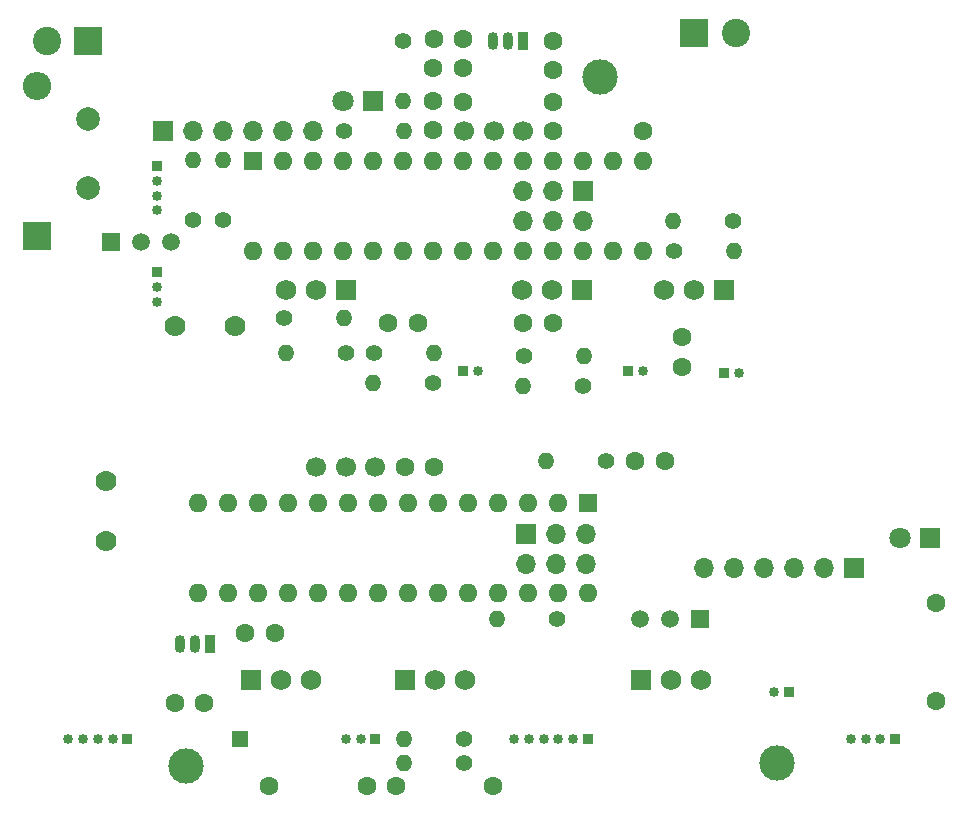
<source format=gts>
%MOIN*%
%OFA0B0*%
%FSLAX46Y46*%
%IPPOS*%
%LPD*%
%ADD10C,0.0039370078740157488*%
%ADD11R,0.033464566929133861X0.033464566929133861*%
%ADD12C,0.033464566929133861*%
%ADD13R,0.066929133858267723X0.066929133858267723*%
%ADD14O,0.066929133858267723X0.066929133858267723*%
%ADD15C,0.055118110236220472*%
%ADD16O,0.055118110236220472X0.055118110236220472*%
%ADD17C,0.068897637795275593*%
%ADD18R,0.068897637795275593X0.068897637795275593*%
%ADD19C,0.07*%
%ADD20R,0.062992125984251982X0.062992125984251982*%
%ADD21O,0.062992125984251982X0.062992125984251982*%
%ADD22C,0.062992125984251982*%
%ADD23C,0.066929133858267723*%
%ADD24R,0.070866141732283464X0.070866141732283464*%
%ADD25C,0.070866141732283464*%
%ADD26C,0.11811023622047245*%
%ADD27O,0.035433070866141732X0.059055118110236227*%
%ADD28R,0.035433070866141732X0.059055118110236227*%
%ADD29R,0.053149606299212608X0.053149606299212608*%
%ADD30C,0.059842519685039376*%
%ADD31R,0.059842519685039376X0.059842519685039376*%
%ADD42C,0.0039370078740157488*%
%ADD43R,0.062992125984251982X0.062992125984251982*%
%ADD44O,0.062992125984251982X0.062992125984251982*%
%ADD45R,0.094488188976377951X0.094488188976377951*%
%ADD46C,0.094488188976377951*%
%ADD47C,0.066929133858267723*%
%ADD48O,0.094488188976377951X0.094488188976377951*%
%ADD49C,0.11811023622047245*%
%ADD50C,0.068897637795275593*%
%ADD51R,0.068897637795275593X0.068897637795275593*%
%ADD52C,0.07*%
%ADD53C,0.055118110236220472*%
%ADD54O,0.055118110236220472X0.055118110236220472*%
%ADD55C,0.062992125984251982*%
%ADD56R,0.070866141732283464X0.070866141732283464*%
%ADD57C,0.070866141732283464*%
%ADD58R,0.033464566929133861X0.033464566929133861*%
%ADD59C,0.033464566929133861*%
%ADD60O,0.035433070866141732X0.059055118110236227*%
%ADD61R,0.035433070866141732X0.059055118110236227*%
%ADD62R,0.066929133858267723X0.066929133858267723*%
%ADD63O,0.066929133858267723X0.066929133858267723*%
%ADD64C,0.07874015748031496*%
%ADD65C,0.059842519685039376*%
%ADD66R,0.059842519685039376X0.059842519685039376*%
%LPD*%
G01*
D10*
D11*
X-0005157401Y0004896259D02*
X0002952755Y0000472440D03*
D12*
X0002903543Y0000472440D03*
X0002854330Y0000472440D03*
X0002805118Y0000472440D03*
D13*
X0002814960Y0001043306D03*
D14*
X0002714960Y0001043306D03*
X0002614960Y0001043306D03*
X0002514960Y0001043306D03*
X0002414960Y0001043306D03*
X0002314960Y0001043306D03*
D15*
X0001516023Y0000471259D03*
D16*
X0001316023Y0000471259D03*
D17*
X0001007086Y0000669291D03*
X0000907086Y0000669291D03*
D18*
X0000807086Y0000669291D03*
D19*
X0000322598Y0001131259D03*
X0000322598Y0001331259D03*
D20*
X0001929133Y0001259842D03*
D21*
X0000629133Y0000959842D03*
X0001829133Y0001259842D03*
X0000729133Y0000959842D03*
X0001729133Y0001259842D03*
X0000829133Y0000959842D03*
X0001629133Y0001259842D03*
X0000929133Y0000959842D03*
X0001529133Y0001259842D03*
X0001029133Y0000959842D03*
X0001429133Y0001259842D03*
X0001129133Y0000959842D03*
X0001329133Y0001259842D03*
X0001229133Y0000959842D03*
X0001229133Y0001259842D03*
X0001329133Y0000959842D03*
X0001129133Y0001259842D03*
X0001429133Y0000959842D03*
X0001029133Y0001259842D03*
X0001529133Y0000959842D03*
X0000929133Y0001259842D03*
X0001629133Y0000959842D03*
X0000829133Y0001259842D03*
X0001729133Y0000959842D03*
X0000729133Y0001259842D03*
X0001829133Y0000959842D03*
X0000629133Y0001259842D03*
X0001929133Y0000959842D03*
D22*
X0001190944Y0000314960D03*
X0000866141Y0000314960D03*
D23*
X0001023621Y0001377952D03*
X0001122047Y0001377952D03*
X0001220472Y0001377952D03*
D22*
X0000787401Y0000826771D03*
X0000885826Y0000826771D03*
X0000551181Y0000590551D03*
X0000649606Y0000590551D03*
D24*
X0003070866Y0001141732D03*
D25*
X0002970866Y0001141732D03*
D11*
X0002598425Y0000629921D03*
D12*
X0002549212Y0000629921D03*
D26*
X0002559055Y0000393700D03*
X0000590551Y0000383700D03*
D27*
X0000619291Y0000787401D03*
X0000569291Y0000787401D03*
D28*
X0000669291Y0000787401D03*
D22*
X0001417322Y0001377952D03*
X0001318897Y0001377952D03*
X0001289370Y0000314960D03*
X0001614173Y0000314960D03*
X0003090551Y0000600393D03*
X0003090551Y0000925196D03*
X0002185039Y0001397637D03*
X0002086614Y0001397637D03*
D15*
X0001988188Y0001397637D03*
D16*
X0001788188Y0001397637D03*
D17*
X0001518897Y0000669291D03*
X0001418897Y0000669291D03*
D18*
X0001318897Y0000669291D03*
D17*
X0002306299Y0000669291D03*
X0002206299Y0000669291D03*
D18*
X0002106299Y0000669291D03*
D15*
X0001516023Y0000391259D03*
D16*
X0001316023Y0000391259D03*
D11*
X0001220472Y0000472440D03*
D12*
X0001171259Y0000472440D03*
X0001122047Y0000472440D03*
D29*
X0000767716Y0000472440D03*
D11*
X0000393700Y0000472440D03*
D12*
X0000344488Y0000472440D03*
X0000295275Y0000472440D03*
X0000246062Y0000472440D03*
X0000196850Y0000472440D03*
D11*
X0001929133Y0000472440D03*
D12*
X0001879921Y0000472440D03*
X0001830708Y0000472440D03*
X0001781495Y0000472440D03*
X0001732283Y0000472440D03*
X0001683070Y0000472440D03*
D30*
X0002202598Y0000871259D03*
X0002102598Y0000871259D03*
D31*
X0002302598Y0000871259D03*
D15*
X0001826023Y0000871259D03*
D16*
X0001626023Y0000871259D03*
D13*
X0001722598Y0001156259D03*
D14*
X0001722598Y0001056259D03*
X0001822598Y0001156259D03*
X0001822598Y0001056259D03*
X0001922598Y0001156259D03*
X0001922598Y0001056259D03*
G04 next file*
%LPD*%
G04 #@! TF.FileFunction,Soldermask,Top*
G04 Gerber Fmt 4.6, Leading zero omitted, Abs format (unit mm)*
G04 Created by KiCad (PCBNEW 4.0.7) date 06/15/19 11:12:25*
G01*
G04 APERTURE LIST*
G04 APERTURE END LIST*
D42*
D43*
X-0001456614Y0006274212D02*
X0000813385Y0002399212D03*
D44*
X0002113385Y0002099212D03*
X0000913385Y0002399212D03*
X0002013385Y0002099212D03*
X0001013385Y0002399212D03*
X0001913385Y0002099212D03*
X0001113385Y0002399212D03*
X0001813385Y0002099212D03*
X0001213385Y0002399212D03*
X0001713385Y0002099212D03*
X0001313385Y0002399212D03*
X0001613385Y0002099212D03*
X0001413385Y0002399212D03*
X0001513385Y0002099212D03*
X0001513385Y0002399212D03*
X0001413385Y0002099212D03*
X0001613385Y0002399212D03*
X0001313385Y0002099212D03*
X0001713385Y0002399212D03*
X0001213385Y0002099212D03*
X0001813385Y0002399212D03*
X0001113385Y0002099212D03*
X0001913385Y0002399212D03*
X0001013385Y0002099212D03*
X0002013385Y0002399212D03*
X0000913385Y0002099212D03*
X0002113385Y0002399212D03*
X0000813385Y0002099212D03*
D45*
X0002283464Y0002824212D03*
D46*
X0002421259Y0002824212D03*
D45*
X0000263385Y0002799212D03*
D46*
X0000125590Y0002799212D03*
D47*
X0001713385Y0002499212D03*
X0001614960Y0002499212D03*
X0001516535Y0002499212D03*
D45*
X0000093385Y0002149212D03*
D48*
X0000093385Y0002649212D03*
D49*
X0001968503Y0002677165D03*
D50*
X0002181889Y0001968504D03*
X0002281889Y0001968504D03*
D51*
X0002381889Y0001968504D03*
D52*
X0000553385Y0001849212D03*
X0000753385Y0001849212D03*
D53*
X0002214960Y0002099212D03*
D54*
X0002414960Y0002099212D03*
D53*
X0001714960Y0001749212D03*
D54*
X0001914960Y0001749212D03*
D53*
X0002411810Y0002199212D03*
D54*
X0002211810Y0002199212D03*
D53*
X0001911810Y0001649212D03*
D54*
X0001711810Y0001649212D03*
D55*
X0001813385Y0002799212D03*
X0001813385Y0002700787D03*
X0001513385Y0002804212D03*
X0001414960Y0002804212D03*
X0001713385Y0001859212D03*
X0001811810Y0001859212D03*
X0002244094Y0001811023D03*
X0002244094Y0001712598D03*
D56*
X0001213385Y0002599212D03*
D57*
X0001113385Y0002599212D03*
D58*
X0002381889Y0001692913D03*
D59*
X0002431102Y0001692913D03*
D60*
X0001663385Y0002799212D03*
X0001613385Y0002799212D03*
D61*
X0001713385Y0002799212D03*
D58*
X0000492125Y0002381889D03*
D59*
X0000492125Y0002332677D03*
X0000492125Y0002283464D03*
X0000492125Y0002234252D03*
D55*
X0001413385Y0002599212D03*
X0001413385Y0002500787D03*
X0001413385Y0002709212D03*
X0001511810Y0002709212D03*
D53*
X0001114960Y0002499212D03*
D54*
X0001314960Y0002499212D03*
D55*
X0001263385Y0001859212D03*
X0001361810Y0001859212D03*
D53*
X0001411810Y0001659212D03*
D54*
X0001211810Y0001659212D03*
D53*
X0001214960Y0001759212D03*
D54*
X0001414960Y0001759212D03*
D50*
X0001709448Y0001968504D03*
X0001809448Y0001968504D03*
D51*
X0001909448Y0001968504D03*
D50*
X0000922047Y0001968504D03*
X0001022047Y0001968504D03*
D51*
X0001122047Y0001968504D03*
D53*
X0000613385Y0002200787D03*
D54*
X0000613385Y0002400787D03*
D53*
X0000713385Y0002200787D03*
D54*
X0000713385Y0002400787D03*
D62*
X0000513385Y0002499212D03*
D63*
X0000613385Y0002499212D03*
X0000713385Y0002499212D03*
X0000813385Y0002499212D03*
X0000913385Y0002499212D03*
X0001013385Y0002499212D03*
D64*
X0000263385Y0002310039D03*
X0000263385Y0002538386D03*
D58*
X0000492125Y0002027559D03*
D59*
X0000492125Y0001978346D03*
X0000492125Y0001929134D03*
D58*
X0001513385Y0001699212D03*
D59*
X0001562598Y0001699212D03*
D58*
X0002063385Y0001699212D03*
D59*
X0002112598Y0001699212D03*
D53*
X0001313385Y0002797637D03*
D54*
X0001313385Y0002597637D03*
D55*
X0001813385Y0002594212D03*
X0001513385Y0002594212D03*
X0001813385Y0002499212D03*
X0002113385Y0002499212D03*
D53*
X0001121810Y0001759212D03*
D54*
X0000921810Y0001759212D03*
D53*
X0000914960Y0001874212D03*
D54*
X0001114960Y0001874212D03*
D65*
X0000438385Y0002129212D03*
X0000538385Y0002129212D03*
D66*
X0000338385Y0002129212D03*
D62*
X0001913385Y0002299212D03*
D63*
X0001913385Y0002199212D03*
X0001813385Y0002299212D03*
X0001813385Y0002199212D03*
X0001713385Y0002299212D03*
X0001713385Y0002199212D03*
M02*
</source>
